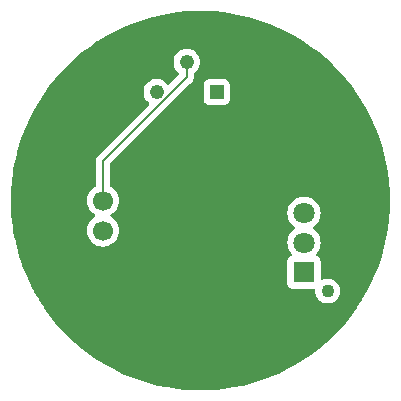
<source format=gbr>
%TF.GenerationSoftware,KiCad,Pcbnew,8.0.3*%
%TF.CreationDate,2024-11-14T20:06:39-08:00*%
%TF.ProjectId,SpeakerR,53706561-6b65-4725-922e-6b696361645f,rev?*%
%TF.SameCoordinates,Original*%
%TF.FileFunction,Copper,L2,Bot*%
%TF.FilePolarity,Positive*%
%FSLAX46Y46*%
G04 Gerber Fmt 4.6, Leading zero omitted, Abs format (unit mm)*
G04 Created by KiCad (PCBNEW 8.0.3) date 2024-11-14 20:06:39*
%MOMM*%
%LPD*%
G01*
G04 APERTURE LIST*
%TA.AperFunction,ComponentPad*%
%ADD10C,1.800000*%
%TD*%
%TA.AperFunction,ComponentPad*%
%ADD11R,1.800000X1.800000*%
%TD*%
%TA.AperFunction,ComponentPad*%
%ADD12C,1.100000*%
%TD*%
%TA.AperFunction,ComponentPad*%
%ADD13C,1.700000*%
%TD*%
%TA.AperFunction,ComponentPad*%
%ADD14R,1.218000X1.218000*%
%TD*%
%TA.AperFunction,ComponentPad*%
%ADD15C,1.218000*%
%TD*%
%TA.AperFunction,ViaPad*%
%ADD16C,0.600000*%
%TD*%
%TA.AperFunction,Conductor*%
%ADD17C,0.200000*%
%TD*%
G04 APERTURE END LIST*
D10*
%TO.P,J2,3,Pin_3*%
%TO.N,/inR*%
X125984000Y-101386000D03*
%TO.P,J2,2,Pin_2*%
%TO.N,GND*%
X125984000Y-103886000D03*
D11*
%TO.P,J2,1,Pin_1*%
%TO.N,+5V*%
X125984000Y-106386000D03*
D12*
%TO.P,J2,*%
%TO.N,*%
X127984000Y-107986000D03*
%TD*%
D13*
%TO.P,J1,1,Pin_1*%
%TO.N,Net-(J1-Pin_1)*%
X108966000Y-102870000D03*
%TO.P,J1,2,Pin_2*%
%TO.N,Net-(J1-Pin_2)*%
X108966000Y-100330000D03*
%TD*%
D14*
%TO.P,RV1,1,1*%
%TO.N,Net-(FB2-Pad1)*%
X118592600Y-91135200D03*
D15*
%TO.P,RV1,2,2*%
%TO.N,Net-(J1-Pin_2)*%
X116052600Y-88595200D03*
%TO.P,RV1,3,3*%
%TO.N,GND*%
X113512600Y-91135200D03*
%TD*%
D16*
%TO.N,GND*%
X117856000Y-99822000D03*
X115824000Y-108966000D03*
X112522000Y-104902000D03*
X116509800Y-92379800D03*
X111506000Y-107188000D03*
X118110000Y-97917000D03*
X118491000Y-103632000D03*
X127762000Y-103505000D03*
X120396000Y-93726000D03*
%TD*%
D17*
%TO.N,Net-(J1-Pin_2)*%
X116052600Y-88595200D02*
X116052600Y-89880721D01*
X116052600Y-89880721D02*
X108966000Y-96967321D01*
X108966000Y-96967321D02*
X108966000Y-100243000D01*
%TD*%
%TA.AperFunction,Conductor*%
%TO.N,GND*%
G36*
X117624561Y-84271554D02*
G01*
X118418378Y-84311172D01*
X118424478Y-84311629D01*
X119215348Y-84390767D01*
X119221453Y-84391533D01*
X119974716Y-84505069D01*
X120007361Y-84509990D01*
X120013452Y-84511064D01*
X120792469Y-84668546D01*
X120798434Y-84669907D01*
X121568694Y-84866039D01*
X121574619Y-84867706D01*
X122334090Y-85101972D01*
X122339941Y-85103938D01*
X123086788Y-85375768D01*
X123092527Y-85378020D01*
X123824897Y-85686740D01*
X123830532Y-85689283D01*
X124546599Y-86034122D01*
X124552102Y-86036943D01*
X125250078Y-86417041D01*
X125255432Y-86420132D01*
X125933618Y-86834562D01*
X125938764Y-86837886D01*
X126595490Y-87285634D01*
X126600483Y-87289224D01*
X127234041Y-87769126D01*
X127238835Y-87772949D01*
X127739054Y-88192683D01*
X127847689Y-88283839D01*
X127852323Y-88287929D01*
X128404145Y-88799945D01*
X128434913Y-88828493D01*
X128439334Y-88832804D01*
X128612924Y-89010777D01*
X128994287Y-89401770D01*
X128998492Y-89406302D01*
X129524378Y-90002203D01*
X129528352Y-90006939D01*
X130023888Y-90628321D01*
X130027621Y-90633250D01*
X130491553Y-91278539D01*
X130495036Y-91283647D01*
X130659015Y-91537536D01*
X130823412Y-91792073D01*
X130926240Y-91951281D01*
X130929458Y-91956548D01*
X130969092Y-92025195D01*
X131326846Y-92644845D01*
X131329803Y-92650275D01*
X131692380Y-93357507D01*
X131695063Y-93363077D01*
X132021952Y-94087538D01*
X132024353Y-94093236D01*
X132314706Y-94833043D01*
X132316821Y-94838853D01*
X132569949Y-95592248D01*
X132571771Y-95598156D01*
X132787021Y-96363204D01*
X132788547Y-96369195D01*
X132965403Y-97144050D01*
X132966628Y-97150111D01*
X133104635Y-97932788D01*
X133105557Y-97938901D01*
X133204384Y-98727526D01*
X133204999Y-98733678D01*
X133264393Y-99526216D01*
X133264701Y-99532392D01*
X133284514Y-100326909D01*
X133284514Y-100333091D01*
X133264701Y-101127607D01*
X133264393Y-101133783D01*
X133204999Y-101926321D01*
X133204384Y-101932473D01*
X133105557Y-102721098D01*
X133104635Y-102727211D01*
X132966628Y-103509888D01*
X132965403Y-103515949D01*
X132788547Y-104290804D01*
X132787021Y-104296795D01*
X132571771Y-105061843D01*
X132569949Y-105067751D01*
X132316821Y-105821146D01*
X132314706Y-105826956D01*
X132024353Y-106566763D01*
X132021952Y-106572461D01*
X131695063Y-107296922D01*
X131692380Y-107302492D01*
X131329803Y-108009724D01*
X131326846Y-108015154D01*
X130929464Y-108703442D01*
X130926240Y-108708718D01*
X130495036Y-109376352D01*
X130491553Y-109381460D01*
X130027621Y-110026749D01*
X130023888Y-110031678D01*
X129528352Y-110653060D01*
X129524378Y-110657796D01*
X128998492Y-111253697D01*
X128994287Y-111258229D01*
X128439340Y-111827189D01*
X128434913Y-111831506D01*
X127852324Y-112372069D01*
X127847689Y-112376160D01*
X127238855Y-112887034D01*
X127234021Y-112890889D01*
X126600496Y-113370765D01*
X126595476Y-113374375D01*
X125938788Y-113822098D01*
X125933594Y-113825452D01*
X125255432Y-114239867D01*
X125250078Y-114242958D01*
X124552102Y-114623056D01*
X124546599Y-114625877D01*
X123830532Y-114970716D01*
X123824897Y-114973259D01*
X123092544Y-115281972D01*
X123086788Y-115284231D01*
X122339941Y-115556061D01*
X122334081Y-115558030D01*
X121574632Y-115792289D01*
X121568680Y-115793964D01*
X120798465Y-115990085D01*
X120792437Y-115991460D01*
X120013450Y-116148935D01*
X120007361Y-116150009D01*
X119221468Y-116268464D01*
X119215333Y-116269233D01*
X118424510Y-116348367D01*
X118418345Y-116348829D01*
X117624562Y-116388445D01*
X117618381Y-116388599D01*
X116823619Y-116388599D01*
X116817438Y-116388445D01*
X116023654Y-116348829D01*
X116017489Y-116348367D01*
X115226666Y-116269233D01*
X115220531Y-116268464D01*
X114434638Y-116150009D01*
X114428549Y-116148935D01*
X113649562Y-115991460D01*
X113643534Y-115990085D01*
X112873319Y-115793964D01*
X112867367Y-115792289D01*
X112107918Y-115558030D01*
X112102058Y-115556061D01*
X111355211Y-115284231D01*
X111349455Y-115281972D01*
X110617102Y-114973259D01*
X110611467Y-114970716D01*
X109895400Y-114625877D01*
X109889897Y-114623056D01*
X109191921Y-114242958D01*
X109186567Y-114239867D01*
X108619113Y-113893104D01*
X108508391Y-113825443D01*
X108503225Y-113822107D01*
X107846517Y-113374370D01*
X107841503Y-113370765D01*
X107207963Y-112890877D01*
X107203160Y-112887046D01*
X106594310Y-112376160D01*
X106589675Y-112372069D01*
X106007086Y-111831506D01*
X106002659Y-111827189D01*
X105447712Y-111258229D01*
X105443507Y-111253697D01*
X104917621Y-110657796D01*
X104913647Y-110653060D01*
X104418111Y-110031678D01*
X104414378Y-110026749D01*
X103950446Y-109381460D01*
X103946963Y-109376352D01*
X103730746Y-109041583D01*
X103515747Y-108708698D01*
X103512547Y-108703462D01*
X103158056Y-108089465D01*
X103115153Y-108015154D01*
X103112196Y-108009724D01*
X102952308Y-107697852D01*
X102749611Y-107302476D01*
X102746944Y-107296939D01*
X102420047Y-106572461D01*
X102417646Y-106566763D01*
X102127293Y-105826956D01*
X102125178Y-105821146D01*
X101996491Y-105438129D01*
X101872045Y-105067736D01*
X101870228Y-105061843D01*
X101864702Y-105042204D01*
X101654978Y-104296795D01*
X101653452Y-104290804D01*
X101476596Y-103515949D01*
X101475371Y-103509888D01*
X101337364Y-102727211D01*
X101336442Y-102721098D01*
X101330973Y-102677460D01*
X101237615Y-101932473D01*
X101237000Y-101926321D01*
X101213842Y-101617305D01*
X101177604Y-101133753D01*
X101177299Y-101127637D01*
X101157485Y-100333087D01*
X101157485Y-100329999D01*
X107610341Y-100329999D01*
X107610341Y-100330000D01*
X107630936Y-100565403D01*
X107630938Y-100565413D01*
X107692094Y-100793655D01*
X107692096Y-100793659D01*
X107692097Y-100793663D01*
X107755532Y-100929699D01*
X107791965Y-101007830D01*
X107791967Y-101007834D01*
X107927501Y-101201395D01*
X107927506Y-101201402D01*
X108094597Y-101368493D01*
X108094603Y-101368498D01*
X108280158Y-101498425D01*
X108323783Y-101553002D01*
X108330977Y-101622500D01*
X108299454Y-101684855D01*
X108280158Y-101701575D01*
X108094597Y-101831505D01*
X107927505Y-101998597D01*
X107791965Y-102192169D01*
X107791964Y-102192171D01*
X107692098Y-102406335D01*
X107692094Y-102406344D01*
X107630938Y-102634586D01*
X107630936Y-102634596D01*
X107610341Y-102869999D01*
X107610341Y-102870000D01*
X107630936Y-103105403D01*
X107630938Y-103105413D01*
X107692094Y-103333655D01*
X107692096Y-103333659D01*
X107692097Y-103333663D01*
X107774272Y-103509888D01*
X107791965Y-103547830D01*
X107791967Y-103547834D01*
X107835162Y-103609522D01*
X107927505Y-103741401D01*
X108094599Y-103908495D01*
X108191384Y-103976265D01*
X108288165Y-104044032D01*
X108288167Y-104044033D01*
X108288170Y-104044035D01*
X108502337Y-104143903D01*
X108730592Y-104205063D01*
X108918918Y-104221539D01*
X108965999Y-104225659D01*
X108966000Y-104225659D01*
X108966001Y-104225659D01*
X109005234Y-104222226D01*
X109201408Y-104205063D01*
X109429663Y-104143903D01*
X109643830Y-104044035D01*
X109837401Y-103908495D01*
X110004495Y-103741401D01*
X110140035Y-103547830D01*
X110239903Y-103333663D01*
X110301063Y-103105408D01*
X110321659Y-102870000D01*
X110301063Y-102634592D01*
X110239903Y-102406337D01*
X110140035Y-102192171D01*
X110004495Y-101998599D01*
X110004494Y-101998597D01*
X109837402Y-101831506D01*
X109837396Y-101831501D01*
X109651842Y-101701575D01*
X109608217Y-101646998D01*
X109601023Y-101577500D01*
X109632546Y-101515145D01*
X109651842Y-101498425D01*
X109674026Y-101482891D01*
X109812411Y-101385993D01*
X124578700Y-101385993D01*
X124578700Y-101386006D01*
X124597864Y-101617297D01*
X124597866Y-101617308D01*
X124654842Y-101842300D01*
X124748075Y-102054848D01*
X124875016Y-102249147D01*
X124875019Y-102249151D01*
X124875021Y-102249153D01*
X125032216Y-102419913D01*
X125097161Y-102470462D01*
X125184530Y-102538464D01*
X125225342Y-102595174D01*
X125229017Y-102664947D01*
X125194385Y-102725630D01*
X125184530Y-102734170D01*
X125032558Y-102852455D01*
X124875414Y-103023157D01*
X124748516Y-103217390D01*
X124655317Y-103429864D01*
X124598361Y-103654781D01*
X124579202Y-103885994D01*
X124579202Y-103886005D01*
X124598361Y-104117218D01*
X124655317Y-104342135D01*
X124748516Y-104554609D01*
X124875417Y-104748846D01*
X124942896Y-104822147D01*
X124973819Y-104884801D01*
X124965959Y-104954227D01*
X124921812Y-105008383D01*
X124895001Y-105022312D01*
X124841669Y-105042203D01*
X124841664Y-105042206D01*
X124726455Y-105128452D01*
X124726452Y-105128455D01*
X124640206Y-105243664D01*
X124640202Y-105243671D01*
X124589908Y-105378517D01*
X124583501Y-105438116D01*
X124583501Y-105438123D01*
X124583500Y-105438135D01*
X124583500Y-107333870D01*
X124583501Y-107333876D01*
X124589908Y-107393483D01*
X124640202Y-107528328D01*
X124640206Y-107528335D01*
X124726452Y-107643544D01*
X124726455Y-107643547D01*
X124841664Y-107729793D01*
X124841671Y-107729797D01*
X124976517Y-107780091D01*
X124976516Y-107780091D01*
X124983444Y-107780835D01*
X125036127Y-107786500D01*
X126809500Y-107786499D01*
X126876539Y-107806184D01*
X126922294Y-107858987D01*
X126933500Y-107910499D01*
X126933500Y-107928299D01*
X126932903Y-107940453D01*
X126928417Y-107985999D01*
X126932903Y-108031545D01*
X126933500Y-108043699D01*
X126933500Y-108089465D01*
X126933501Y-108089468D01*
X126942428Y-108134348D01*
X126944213Y-108146383D01*
X126948700Y-108191934D01*
X126948700Y-108191936D01*
X126961984Y-108235730D01*
X126964940Y-108247531D01*
X126973868Y-108292414D01*
X126973870Y-108292422D01*
X126991379Y-108334692D01*
X126995478Y-108346146D01*
X127008766Y-108389949D01*
X127008768Y-108389954D01*
X127030346Y-108430323D01*
X127035545Y-108441316D01*
X127053057Y-108483595D01*
X127078486Y-108521653D01*
X127084739Y-108532086D01*
X127106316Y-108572452D01*
X127135345Y-108607824D01*
X127142593Y-108617597D01*
X127168022Y-108655654D01*
X127168025Y-108655658D01*
X127200383Y-108688015D01*
X127208557Y-108697033D01*
X127237588Y-108732408D01*
X127272966Y-108761442D01*
X127281983Y-108769615D01*
X127314341Y-108801974D01*
X127314346Y-108801978D01*
X127352395Y-108827401D01*
X127362170Y-108834650D01*
X127397550Y-108863685D01*
X127397552Y-108863686D01*
X127397555Y-108863688D01*
X127437916Y-108885262D01*
X127448349Y-108891515D01*
X127486402Y-108916941D01*
X127528689Y-108934456D01*
X127539677Y-108939654D01*
X127580043Y-108961231D01*
X127580045Y-108961231D01*
X127580046Y-108961232D01*
X127623848Y-108974518D01*
X127635295Y-108978614D01*
X127677580Y-108996130D01*
X127691517Y-108998902D01*
X127722471Y-109005060D01*
X127734274Y-109008016D01*
X127750710Y-109013001D01*
X127778066Y-109021300D01*
X127823615Y-109025785D01*
X127835629Y-109027567D01*
X127880535Y-109036500D01*
X127926299Y-109036500D01*
X127938453Y-109037097D01*
X127984000Y-109041583D01*
X128029547Y-109037097D01*
X128041701Y-109036500D01*
X128087468Y-109036500D01*
X128114201Y-109031181D01*
X128132356Y-109027569D01*
X128144382Y-109025785D01*
X128189934Y-109021300D01*
X128233741Y-109008010D01*
X128245515Y-109005061D01*
X128290420Y-108996130D01*
X128332720Y-108978607D01*
X128344141Y-108974521D01*
X128387954Y-108961232D01*
X128428332Y-108939648D01*
X128439304Y-108934458D01*
X128481598Y-108916941D01*
X128519668Y-108891502D01*
X128530085Y-108885260D01*
X128570450Y-108863685D01*
X128605834Y-108834644D01*
X128615585Y-108827413D01*
X128653655Y-108801977D01*
X128686033Y-108769597D01*
X128695020Y-108761452D01*
X128730410Y-108732410D01*
X128759452Y-108697020D01*
X128767597Y-108688033D01*
X128799977Y-108655655D01*
X128825413Y-108617585D01*
X128832644Y-108607834D01*
X128861685Y-108572450D01*
X128883262Y-108532081D01*
X128889502Y-108521668D01*
X128914941Y-108483598D01*
X128932458Y-108441304D01*
X128937648Y-108430332D01*
X128959232Y-108389954D01*
X128972521Y-108346141D01*
X128976607Y-108334720D01*
X128994130Y-108292420D01*
X129003061Y-108247515D01*
X129006014Y-108235730D01*
X129019300Y-108191934D01*
X129023785Y-108146382D01*
X129025571Y-108134348D01*
X129034500Y-108089468D01*
X129034500Y-108043699D01*
X129035097Y-108031545D01*
X129037246Y-108009724D01*
X129039583Y-107986000D01*
X129035097Y-107940453D01*
X129034500Y-107928299D01*
X129034500Y-107882535D01*
X129025567Y-107837629D01*
X129023785Y-107825615D01*
X129019300Y-107780066D01*
X129006016Y-107736274D01*
X129003060Y-107724471D01*
X128994131Y-107679587D01*
X128994130Y-107679580D01*
X128976614Y-107637295D01*
X128972518Y-107625848D01*
X128959232Y-107582046D01*
X128959231Y-107582045D01*
X128959231Y-107582043D01*
X128937654Y-107541677D01*
X128932456Y-107530689D01*
X128914941Y-107488402D01*
X128889515Y-107450349D01*
X128883262Y-107439916D01*
X128861688Y-107399555D01*
X128861684Y-107399549D01*
X128832650Y-107364170D01*
X128825401Y-107354395D01*
X128799978Y-107316346D01*
X128799974Y-107316341D01*
X128767615Y-107283983D01*
X128759442Y-107274966D01*
X128730408Y-107239588D01*
X128695033Y-107210557D01*
X128686015Y-107202383D01*
X128653658Y-107170025D01*
X128653654Y-107170022D01*
X128615597Y-107144593D01*
X128605824Y-107137345D01*
X128570452Y-107108316D01*
X128530086Y-107086739D01*
X128519653Y-107080486D01*
X128481595Y-107055057D01*
X128439316Y-107037545D01*
X128428323Y-107032346D01*
X128387954Y-107010768D01*
X128387951Y-107010767D01*
X128344146Y-106997478D01*
X128332692Y-106993379D01*
X128290422Y-106975870D01*
X128290414Y-106975868D01*
X128245531Y-106966940D01*
X128233730Y-106963984D01*
X128189935Y-106950700D01*
X128144383Y-106946213D01*
X128132353Y-106944428D01*
X128087465Y-106935500D01*
X128087463Y-106935500D01*
X128041701Y-106935500D01*
X128029547Y-106934903D01*
X127984000Y-106930417D01*
X127938453Y-106934903D01*
X127926299Y-106935500D01*
X127880534Y-106935500D01*
X127835639Y-106944429D01*
X127823607Y-106946214D01*
X127778070Y-106950699D01*
X127778068Y-106950699D01*
X127778066Y-106950700D01*
X127734272Y-106963984D01*
X127722473Y-106966939D01*
X127677584Y-106975868D01*
X127677581Y-106975869D01*
X127635286Y-106993387D01*
X127623835Y-106997484D01*
X127580047Y-107010767D01*
X127580040Y-107010770D01*
X127566948Y-107017768D01*
X127498545Y-107032008D01*
X127433302Y-107007005D01*
X127391934Y-106950699D01*
X127384499Y-106908408D01*
X127384499Y-105438129D01*
X127384498Y-105438123D01*
X127384497Y-105438116D01*
X127378091Y-105378517D01*
X127327796Y-105243669D01*
X127327795Y-105243668D01*
X127327793Y-105243664D01*
X127241547Y-105128455D01*
X127241544Y-105128452D01*
X127126335Y-105042206D01*
X127126328Y-105042202D01*
X127072999Y-105022312D01*
X127017065Y-104980441D01*
X126992648Y-104914977D01*
X127007500Y-104846704D01*
X127025103Y-104822146D01*
X127092585Y-104748842D01*
X127219483Y-104554609D01*
X127312682Y-104342135D01*
X127369638Y-104117218D01*
X127388798Y-103886005D01*
X127388798Y-103885994D01*
X127369638Y-103654781D01*
X127312682Y-103429864D01*
X127219483Y-103217390D01*
X127092585Y-103023157D01*
X126935441Y-102852454D01*
X126935437Y-102852451D01*
X126783470Y-102734170D01*
X126742657Y-102677460D01*
X126738982Y-102607687D01*
X126773614Y-102547004D01*
X126783470Y-102538463D01*
X126935784Y-102419913D01*
X127092979Y-102249153D01*
X127219924Y-102054849D01*
X127313157Y-101842300D01*
X127370134Y-101617305D01*
X127371568Y-101600000D01*
X127389300Y-101386006D01*
X127389300Y-101385993D01*
X127370135Y-101154702D01*
X127370133Y-101154691D01*
X127313157Y-100929699D01*
X127219924Y-100717151D01*
X127092983Y-100522852D01*
X127092980Y-100522849D01*
X127092979Y-100522847D01*
X126935784Y-100352087D01*
X126935779Y-100352083D01*
X126935777Y-100352081D01*
X126752634Y-100209535D01*
X126752628Y-100209531D01*
X126548504Y-100099064D01*
X126548495Y-100099061D01*
X126328984Y-100023702D01*
X126157282Y-99995050D01*
X126100049Y-99985500D01*
X125867951Y-99985500D01*
X125822164Y-99993140D01*
X125639015Y-100023702D01*
X125419504Y-100099061D01*
X125419495Y-100099064D01*
X125215371Y-100209531D01*
X125215365Y-100209535D01*
X125032222Y-100352081D01*
X125032219Y-100352084D01*
X124875016Y-100522852D01*
X124748075Y-100717151D01*
X124654842Y-100929699D01*
X124597866Y-101154691D01*
X124597864Y-101154702D01*
X124578700Y-101385993D01*
X109812411Y-101385993D01*
X109837401Y-101368495D01*
X110004495Y-101201401D01*
X110140035Y-101007830D01*
X110239903Y-100793663D01*
X110301063Y-100565408D01*
X110321659Y-100330000D01*
X110301063Y-100094592D01*
X110239903Y-99866337D01*
X110140035Y-99652171D01*
X110056166Y-99532392D01*
X110004494Y-99458597D01*
X109837402Y-99291506D01*
X109837395Y-99291501D01*
X109643831Y-99155965D01*
X109643826Y-99155962D01*
X109638091Y-99153288D01*
X109585653Y-99107113D01*
X109566500Y-99040908D01*
X109566500Y-97267417D01*
X109586185Y-97200378D01*
X109602814Y-97179741D01*
X116304220Y-90478335D01*
X117483100Y-90478335D01*
X117483100Y-91792070D01*
X117483101Y-91792076D01*
X117489508Y-91851683D01*
X117539802Y-91986528D01*
X117539806Y-91986535D01*
X117626052Y-92101744D01*
X117626055Y-92101747D01*
X117741264Y-92187993D01*
X117741271Y-92187997D01*
X117876117Y-92238291D01*
X117876116Y-92238291D01*
X117883044Y-92239035D01*
X117935727Y-92244700D01*
X119249472Y-92244699D01*
X119309083Y-92238291D01*
X119443931Y-92187996D01*
X119559146Y-92101746D01*
X119645396Y-91986531D01*
X119695691Y-91851683D01*
X119702100Y-91792073D01*
X119702099Y-90478328D01*
X119695691Y-90418717D01*
X119678060Y-90371447D01*
X119645397Y-90283871D01*
X119645393Y-90283864D01*
X119559147Y-90168655D01*
X119559144Y-90168652D01*
X119443935Y-90082406D01*
X119443928Y-90082402D01*
X119309082Y-90032108D01*
X119309083Y-90032108D01*
X119249483Y-90025701D01*
X119249481Y-90025700D01*
X119249473Y-90025700D01*
X119249464Y-90025700D01*
X117935729Y-90025700D01*
X117935723Y-90025701D01*
X117876116Y-90032108D01*
X117741271Y-90082402D01*
X117741264Y-90082406D01*
X117626055Y-90168652D01*
X117626052Y-90168655D01*
X117539806Y-90283864D01*
X117539802Y-90283871D01*
X117489508Y-90418717D01*
X117483105Y-90478282D01*
X117483101Y-90478323D01*
X117483100Y-90478335D01*
X116304220Y-90478335D01*
X116421313Y-90361242D01*
X116421316Y-90361241D01*
X116533120Y-90249437D01*
X116583239Y-90162625D01*
X116612177Y-90112506D01*
X116653101Y-89959778D01*
X116653101Y-89801664D01*
X116653101Y-89794069D01*
X116653100Y-89794051D01*
X116653100Y-89597413D01*
X116672785Y-89530374D01*
X116711824Y-89491985D01*
X116724087Y-89484393D01*
X116876043Y-89345867D01*
X116999957Y-89181779D01*
X117091610Y-88997715D01*
X117091610Y-88997712D01*
X117091612Y-88997710D01*
X117123831Y-88884468D01*
X117147881Y-88799943D01*
X117166853Y-88595200D01*
X117147881Y-88390457D01*
X117118710Y-88287930D01*
X117091612Y-88192689D01*
X117091609Y-88192683D01*
X116999957Y-88008621D01*
X116876043Y-87844533D01*
X116724087Y-87706007D01*
X116724085Y-87706005D01*
X116549268Y-87597763D01*
X116549262Y-87597761D01*
X116357530Y-87523483D01*
X116155410Y-87485700D01*
X115949790Y-87485700D01*
X115747670Y-87523483D01*
X115626418Y-87570456D01*
X115555937Y-87597761D01*
X115555931Y-87597763D01*
X115381114Y-87706005D01*
X115381112Y-87706007D01*
X115229158Y-87844531D01*
X115105243Y-88008620D01*
X115013590Y-88192683D01*
X115013587Y-88192689D01*
X114957319Y-88390454D01*
X114957318Y-88390457D01*
X114938347Y-88595199D01*
X114938347Y-88595200D01*
X114957318Y-88799942D01*
X114957319Y-88799945D01*
X115013587Y-88997710D01*
X115013590Y-88997716D01*
X115105243Y-89181779D01*
X115229158Y-89345868D01*
X115381112Y-89484392D01*
X115381115Y-89484395D01*
X115383005Y-89485565D01*
X115383718Y-89486360D01*
X115385689Y-89487849D01*
X115385397Y-89488234D01*
X115429642Y-89537592D01*
X115440747Y-89606573D01*
X115412795Y-89670608D01*
X115405411Y-89678674D01*
X114592848Y-90491236D01*
X114531525Y-90524721D01*
X114461833Y-90519737D01*
X114406213Y-90478282D01*
X114335670Y-90384869D01*
X114183786Y-90246409D01*
X114009042Y-90138211D01*
X114009041Y-90138210D01*
X113817394Y-90063967D01*
X113615362Y-90026200D01*
X113409838Y-90026200D01*
X113207805Y-90063967D01*
X113016158Y-90138210D01*
X113016157Y-90138211D01*
X112841413Y-90246409D01*
X112689529Y-90384868D01*
X112565670Y-90548885D01*
X112474059Y-90732863D01*
X112417812Y-90930553D01*
X112398849Y-91135199D01*
X112398849Y-91135200D01*
X112417812Y-91339846D01*
X112474059Y-91537536D01*
X112565670Y-91721514D01*
X112689529Y-91885531D01*
X112841410Y-92023987D01*
X112843360Y-92025195D01*
X112844098Y-92026018D01*
X112845991Y-92027448D01*
X112845711Y-92027817D01*
X112890001Y-92077219D01*
X112901112Y-92146199D01*
X112873165Y-92210236D01*
X112865774Y-92218310D01*
X108597286Y-96486799D01*
X108485481Y-96598603D01*
X108485479Y-96598606D01*
X108435361Y-96685415D01*
X108435359Y-96685417D01*
X108406425Y-96735530D01*
X108406424Y-96735531D01*
X108406423Y-96735536D01*
X108365499Y-96888264D01*
X108365499Y-96888266D01*
X108365499Y-97056367D01*
X108365500Y-97056380D01*
X108365500Y-99040908D01*
X108345815Y-99107947D01*
X108293914Y-99153286D01*
X108288173Y-99155963D01*
X108288169Y-99155965D01*
X108094597Y-99291505D01*
X107927505Y-99458597D01*
X107791965Y-99652169D01*
X107791964Y-99652171D01*
X107692098Y-99866335D01*
X107692094Y-99866344D01*
X107630938Y-100094586D01*
X107630936Y-100094596D01*
X107610341Y-100329999D01*
X101157485Y-100329999D01*
X101157485Y-100326909D01*
X101163167Y-100099061D01*
X101177299Y-99532360D01*
X101177604Y-99526248D01*
X101237000Y-98733675D01*
X101237615Y-98727526D01*
X101336442Y-97938894D01*
X101337364Y-97932788D01*
X101470148Y-97179736D01*
X101475372Y-97150103D01*
X101476596Y-97144050D01*
X101498889Y-97046381D01*
X101653453Y-96369190D01*
X101654978Y-96363204D01*
X101688240Y-96244983D01*
X101870236Y-95598129D01*
X101872041Y-95592275D01*
X102125181Y-94838844D01*
X102127293Y-94833043D01*
X102193452Y-94664474D01*
X102417648Y-94093229D01*
X102420047Y-94087538D01*
X102507758Y-93893151D01*
X102746951Y-93363044D01*
X102749603Y-93357539D01*
X103112198Y-92650270D01*
X103115153Y-92644845D01*
X103512558Y-91956519D01*
X103515735Y-91951318D01*
X103946973Y-91283631D01*
X103950434Y-91278555D01*
X104414391Y-90633232D01*
X104418097Y-90628338D01*
X104913657Y-90006926D01*
X104917610Y-90002215D01*
X105443516Y-89406291D01*
X105447712Y-89401770D01*
X106002684Y-88832784D01*
X106007059Y-88828518D01*
X106589696Y-88287911D01*
X106594289Y-88283856D01*
X107203184Y-87772933D01*
X107207938Y-87769141D01*
X107841535Y-87289210D01*
X107846490Y-87285647D01*
X108503253Y-86837873D01*
X108508363Y-86834574D01*
X109186579Y-86420124D01*
X109191908Y-86417048D01*
X109889921Y-86036930D01*
X109895391Y-86034126D01*
X110611473Y-85689280D01*
X110617081Y-85686749D01*
X111349486Y-85378014D01*
X111355193Y-85375774D01*
X112102066Y-85103935D01*
X112107897Y-85101976D01*
X112867391Y-84867703D01*
X112873294Y-84866041D01*
X113643573Y-84669904D01*
X113649522Y-84668548D01*
X114428554Y-84511063D01*
X114434632Y-84509990D01*
X115220551Y-84391532D01*
X115226646Y-84390768D01*
X116017524Y-84311629D01*
X116023618Y-84311172D01*
X116817438Y-84271554D01*
X116823619Y-84271401D01*
X117618381Y-84271401D01*
X117624561Y-84271554D01*
G37*
%TD.AperFunction*%
%TD*%
M02*

</source>
